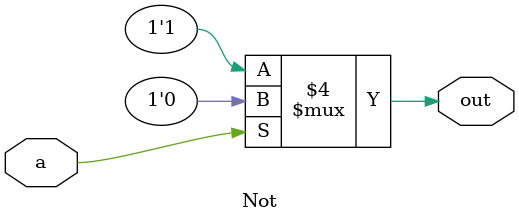
<source format=v>
module Not(output reg out, input a);
  always @ (a) begin
    if (a==1'b0) begin
      out = 1'b1;
    end
    else
      out = 1'b0;
    end
endmodule

</source>
